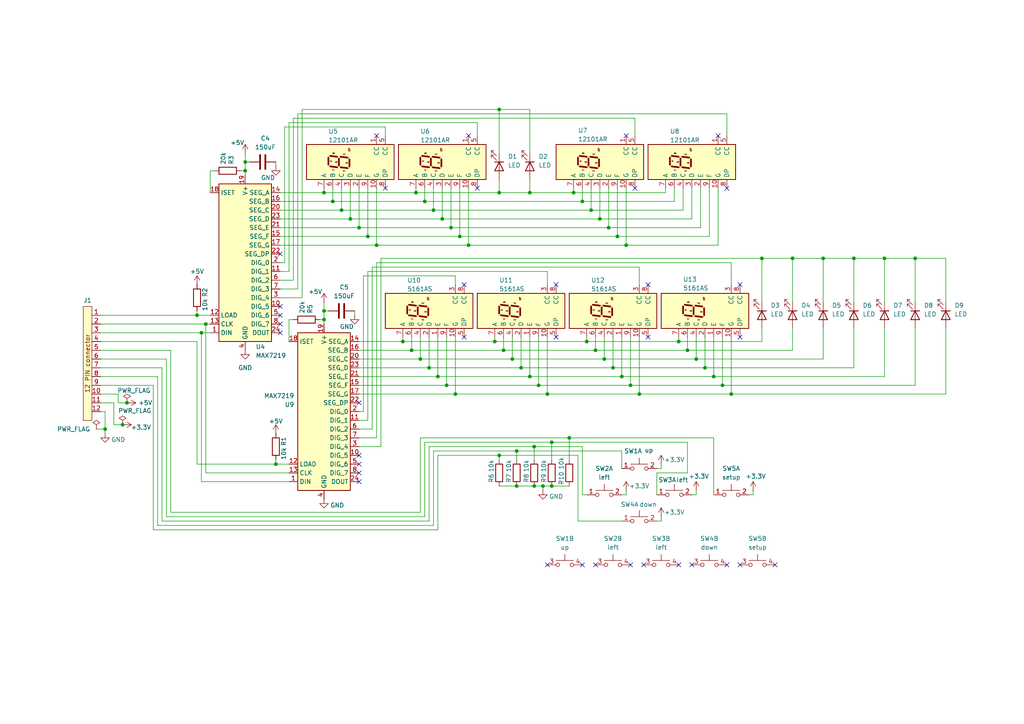
<source format=kicad_sch>
(kicad_sch (version 20250114) (generator "eeschema") (generator_version "9.0")
  (paper "A4")
  (lib_symbols
    (symbol "CustomLib:12101AR"
      (property "Reference" "U" (at -2.54 13.97 0))
      (property "Value" "12101AR" (at 1.27 13.97 0))
      (symbol "12101AR_0_0"
        (text "E" (at -2.54 1.778 0) (effects (font (size 0.508 0.508))))
        (text "F" (at -2.286 4.826 0) (effects (font (size 0.508 0.508))))
        (text "D" (at -0.254 1.016 0) (effects (font (size 0.508 0.508))))
        (text "G" (at 0 4.064 0) (effects (font (size 0.508 0.508))))
        (text "A" (at 0.254 5.588 0) (effects (font (size 0.508 0.508))))
        (text "C" (at 2.286 1.778 0) (effects (font (size 0.508 0.508))))
        (text "B" (at 2.54 4.826 0) (effects (font (size 0.508 0.508))))
        (text "DP" (at 3.556 0.254 0) (effects (font (size 0.508 0.508))))
      )
      (symbol "12101AR_0_1"
        (rectangle (start -5.08 12.7) (end 5.08 -12.7) (stroke (width 0.254)) (fill (type background)))
        (polyline (pts (xy -1.524 2.794) (xy -1.778 0.762)) (stroke (width 0.508)))
        (polyline (pts (xy -1.27 5.842) (xy -1.524 3.81)) (stroke (width 0.508)))
        (polyline (pts (xy -1.27 0.254) (xy 0.762 0.254)) (stroke (width 0.508)))
        (polyline (pts (xy -1.016 3.302) (xy 1.016 3.302)) (stroke (width 0.508)))
        (polyline (pts (xy -0.762 6.35) (xy 1.27 6.35)) (stroke (width 0.508)))
        (polyline (pts (xy 1.524 2.794) (xy 1.27 0.762)) (stroke (width 0.508)))
        (polyline (pts (xy 1.778 5.842) (xy 1.524 3.81)) (stroke (width 0.508)))
        (polyline (pts (xy 2.54 0.254) (xy 2.54 0.254)) (stroke (width 0.508)))
      )
      (symbol "12101AR_1_1"
        (pin input line (at -7.62 7.62 0) (length 2.54) (name "A") (number "7"))
        (pin input line (at -7.62 5.08 0) (length 2.54) (name "B") (number "6"))
        (pin input line (at -7.62 2.54 0) (length 2.54) (name "C") (number "4"))
        (pin input line (at -7.62 0 0) (length 2.54) (name "D") (number "3"))
        (pin input line (at -7.62 -2.54 0) (length 2.54) (name "E") (number "2"))
        (pin input line (at -7.62 -5.08 0) (length 2.54) (name "F") (number "9"))
        (pin input line (at -7.62 -7.62 0) (length 2.54) (name "G") (number "10"))
        (pin input line (at -7.62 -10.16 0) (length 2.54) (name "DP") (number "8"))
        (pin input line (at 7.62 -7.62 180) (length 2.54) (name "CC") (number "1"))
        (pin input line (at 7.62 -10.16 180) (length 2.54) (name "CC") (number "5"))
      )
    )
    (symbol "CustomLib:12_Pin_IDC_male_connector"
      (property "Reference" "J" (at 0.762 1.016 0))
      (symbol "12_Pin_IDC_male_connector_1_1"
        (rectangle (start -1.27 0) (end 1.27 -33.02) (fill (type background)))
        (text "12 PIN connector" (at 0 -16.51 900) (effects (font (size 1.27 1.27))))
        (pin bidirectional line (at 3.81 -2.54 180) (length 2.54) (name "") (number "1"))
        (pin bidirectional line (at 3.81 -5.08 180) (length 2.54) (name "") (number "2"))
        (pin bidirectional line (at 3.81 -7.62 180) (length 2.54) (name "") (number "3"))
        (pin bidirectional line (at 3.81 -10.16 180) (length 2.54) (name "") (number "4"))
        (pin bidirectional line (at 3.81 -12.7 180) (length 2.54) (name "") (number "5"))
        (pin bidirectional line (at 3.81 -15.24 180) (length 2.54) (name "") (number "6"))
        (pin bidirectional line (at 3.81 -17.78 180) (length 2.54) (name "") (number "7"))
        (pin bidirectional line (at 3.81 -20.32 180) (length 2.54) (name "") (number "8"))
        (pin bidirectional line (at 3.81 -22.86 180) (length 2.54) (name "") (number "9"))
        (pin bidirectional line (at 3.81 -25.4 180) (length 2.54) (name "") (number "10"))
        (pin bidirectional line (at 3.81 -27.94 180) (length 2.54) (name "") (number "11"))
        (pin bidirectional line (at 3.81 -30.48 180) (length 2.54) (name "") (number "12"))
      )
    )
    (symbol "CustomLib:5161AS"
      (property "Reference" "U" (at -2.54 13.97 0))
      (property "Value" "5161AS" (at 1.27 13.97 0))
      (symbol "5161AS_0_0"
        (text "E" (at -2.54 1.778 0) (effects (font (size 0.508 0.508))))
        (text "F" (at -2.286 4.826 0) (effects (font (size 0.508 0.508))))
        (text "D" (at -0.254 1.016 0) (effects (font (size 0.508 0.508))))
        (text "G" (at 0 4.064 0) (effects (font (size 0.508 0.508))))
        (text "A" (at 0.254 5.588 0) (effects (font (size 0.508 0.508))))
        (text "C" (at 2.286 1.778 0) (effects (font (size 0.508 0.508))))
        (text "B" (at 2.54 4.826 0) (effects (font (size 0.508 0.508))))
        (text "DP" (at 3.556 0.254 0) (effects (font (size 0.508 0.508))))
      )
      (symbol "5161AS_0_1"
        (rectangle (start -5.08 12.7) (end 5.08 -12.7) (stroke (width 0.254)) (fill (type background)))
        (polyline (pts (xy -1.524 2.794) (xy -1.778 0.762)) (stroke (width 0.508)))
        (polyline (pts (xy -1.27 5.842) (xy -1.524 3.81)) (stroke (width 0.508)))
        (polyline (pts (xy -1.27 0.254) (xy 0.762 0.254)) (stroke (width 0.508)))
        (polyline (pts (xy -1.016 3.302) (xy 1.016 3.302)) (stroke (width 0.508)))
        (polyline (pts (xy -0.762 6.35) (xy 1.27 6.35)) (stroke (width 0.508)))
        (polyline (pts (xy 1.524 2.794) (xy 1.27 0.762)) (stroke (width 0.508)))
        (polyline (pts (xy 1.778 5.842) (xy 1.524 3.81)) (stroke (width 0.508)))
        (polyline (pts (xy 2.54 0.254) (xy 2.54 0.254)) (stroke (width 0.508)))
      )
      (symbol "5161AS_1_1"
        (pin input line (at -7.62 7.62 0) (length 2.54) (name "A") (number "7"))
        (pin input line (at -7.62 5.08 0) (length 2.54) (name "B") (number "6"))
        (pin input line (at -7.62 2.54 0) (length 2.54) (name "C") (number "4"))
        (pin input line (at -7.62 0 0) (length 2.54) (name "D") (number "2"))
        (pin input line (at -7.62 -2.54 0) (length 2.54) (name "E") (number "1"))
        (pin input line (at -7.62 -5.08 0) (length 2.54) (name "F") (number "9"))
        (pin input line (at -7.62 -7.62 0) (length 2.54) (name "G") (number "10"))
        (pin input line (at -7.62 -10.16 0) (length 2.54) (name "DP") (number "5"))
        (pin input line (at 7.62 -7.62 180) (length 2.54) (name "CC") (number "3"))
        (pin input line (at 7.62 -10.16 180) (length 2.54) (name "CC") (number "8"))
      )
    )
    (symbol "Device:C" (pin_numbers (hide yes)) (pin_names (offset 0.254))
      (property "Reference" "C" (at 0.635 2.54 0))
      (property "Value" "C" (at 0.635 -2.54 0))
      (symbol "C_0_1"
        (polyline (pts (xy -2.032 0.762) (xy 2.032 0.762)) (stroke (width 0.508)))
        (polyline (pts (xy -2.032 -0.762) (xy 2.032 -0.762)) (stroke (width 0.508)))
      )
      (symbol "C_1_1"
        (pin passive line (at 0 3.81 270) (length 2.794) (name "~") (number "1"))
        (pin passive line (at 0 -3.81 90) (length 2.794) (name "~") (number "2"))
      )
    )
    (symbol "Device:LED" (pin_numbers (hide yes)) (pin_names (offset 1.016) (hide yes))
      (property "Reference" "D" (at 0 2.54 0))
      (property "Value" "LED" (at 0 -2.54 0))
      (symbol "LED_0_1"
        (polyline (pts (xy -3.048 -0.762) (xy -4.572 -2.286) (xy -3.81 -2.286) (xy -4.572 -2.286) (xy -4.572 -1.524)))
        (polyline (pts (xy -1.778 -0.762) (xy -3.302 -2.286) (xy -2.54 -2.286) (xy -3.302 -2.286) (xy -3.302 -1.524)))
        (polyline (pts (xy -1.27 0) (xy 1.27 0)))
        (polyline (pts (xy -1.27 -1.27) (xy -1.27 1.27)) (stroke (width 0.254)))
        (polyline (pts (xy 1.27 -1.27) (xy 1.27 1.27) (xy -1.27 0) (xy 1.27 -1.27)) (stroke (width 0.254)))
      )
      (symbol "LED_1_1"
        (pin passive line (at -3.81 0 0) (length 2.54) (name "K") (number "1"))
        (pin passive line (at 3.81 0 180) (length 2.54) (name "A") (number "2"))
      )
    )
    (symbol "Device:R" (pin_numbers (hide yes)) (pin_names (offset 0))
      (property "Reference" "R" (at 2.032 0 90))
      (property "Value" "R" (at 0 0 90))
      (symbol "R_0_1"
        (rectangle (start -1.016 -2.54) (end 1.016 2.54) (stroke (width 0.254)))
      )
      (symbol "R_1_1"
        (pin passive line (at 0 3.81 270) (length 1.27) (name "~") (number "1"))
        (pin passive line (at 0 -3.81 90) (length 1.27) (name "~") (number "2"))
      )
    )
    (symbol "Driver_LED:MAX7219"
      (property "Reference" "U" (at -6.35 24.13 0))
      (property "Value" "MAX7219" (at 1.27 25.4 0))
      (symbol "MAX7219_0_1"
        (rectangle (start -7.62 22.86) (end 7.62 -22.86) (stroke (width 0.254)) (fill (type background)))
      )
      (symbol "MAX7219_1_1"
        (pin input line (at -10.16 20.32 0) (length 2.54) (name "ISET") (number "18"))
        (pin input line (at -10.16 -15.24 0) (length 2.54) (name "LOAD") (number "12"))
        (pin input line (at -10.16 -17.78 0) (length 2.54) (name "CLK") (number "13"))
        (pin input line (at -10.16 -20.32 0) (length 2.54) (name "DIN") (number "1"))
        (pin power_in line (at 0 25.4 270) (length 2.54) (name "V+") (number "19"))
        (pin power_in line (at 0 -25.4 90) (length 2.54) (name "GND") (number "4"))
        (pin passive line (at 0 -25.4 90) (length 2.54) (hide yes) (name "GND") (number "9"))
        (pin output line (at 10.16 20.32 180) (length 2.54) (name "SEG_A") (number "14"))
        (pin output line (at 10.16 17.78 180) (length 2.54) (name "SEG_B") (number "16"))
        (pin output line (at 10.16 15.24 180) (length 2.54) (name "SEG_C") (number "20"))
        (pin output line (at 10.16 12.7 180) (length 2.54) (name "SEG_D") (number "23"))
        (pin output line (at 10.16 10.16 180) (length 2.54) (name "SEG_E") (number "21"))
        (pin output line (at 10.16 7.62 180) (length 2.54) (name "SEG_F") (number "15"))
        (pin output line (at 10.16 5.08 180) (length 2.54) (name "SEG_G") (number "17"))
        (pin output line (at 10.16 2.54 180) (length 2.54) (name "SEG_DP") (number "22"))
        (pin output line (at 10.16 0 180) (length 2.54) (name "DIG_0") (number "2"))
        (pin output line (at 10.16 -2.54 180) (length 2.54) (name "DIG_1") (number "11"))
        (pin output line (at 10.16 -5.08 180) (length 2.54) (name "DIG_2") (number "6"))
        (pin output line (at 10.16 -7.62 180) (length 2.54) (name "DIG_3") (number "7"))
        (pin output line (at 10.16 -10.16 180) (length 2.54) (name "DIG_4") (number "3"))
        (pin output line (at 10.16 -12.7 180) (length 2.54) (name "DIG_5") (number "10"))
        (pin output line (at 10.16 -15.24 180) (length 2.54) (name "DIG_6") (number "5"))
        (pin output line (at 10.16 -17.78 180) (length 2.54) (name "DIG_7") (number "8"))
        (pin output line (at 10.16 -20.32 180) (length 2.54) (name "DOUT") (number "24"))
      )
    )
    (symbol "Switch:SW_Push_Dual_x2" (pin_names (offset 1.016) (hide yes))
      (property "Reference" "SW" (at 1.27 2.54 0))
      (property "Value" "SW_Push_Dual_x2" (at 0 -1.524 0))
      (symbol "SW_Push_Dual_x2_0_1"
        (circle (center -2.032 0) (radius 0.508))
        (polyline (pts (xy 0 1.27) (xy 0 3.048)))
        (circle (center 2.032 0) (radius 0.508))
        (polyline (pts (xy 2.54 1.27) (xy -2.54 1.27)))
      )
      (symbol "SW_Push_Dual_x2_1_1"
        (pin passive line (at -5.08 0 0) (length 2.54) (name "C") (number "1"))
        (pin passive line (at 5.08 0 180) (length 2.54) (name "D") (number "2"))
      )
      (symbol "SW_Push_Dual_x2_2_1"
        (pin passive line (at -5.08 0 0) (length 2.54) (name "C") (number "3"))
        (pin passive line (at 5.08 0 180) (length 2.54) (name "D") (number "4"))
      )
    )
    (symbol "power:+3.3V" (power) (pin_numbers (hide yes)) (pin_names (offset 0) (hide yes))
      (property "Value" "+3.3V" (at 0 3.556 0))
      (symbol "+3.3V_0_1"
        (polyline (pts (xy -0.762 1.27) (xy 0 2.54)))
        (polyline (pts (xy 0 2.54) (xy 0.762 1.27)))
        (polyline (pts (xy 0 0) (xy 0 2.54)))
      )
      (symbol "+3.3V_1_1"
        (pin power_in line (at 0 0 90) (length 0) (name "~") (number "1"))
      )
    )
    (symbol "power:+5V" (power) (pin_numbers (hide yes)) (pin_names (offset 0) (hide yes))
      (property "Value" "+5V" (at 0 3.556 0))
      (symbol "+5V_0_1"
        (polyline (pts (xy -0.762 1.27) (xy 0 2.54)))
        (polyline (pts (xy 0 2.54) (xy 0.762 1.27)))
        (polyline (pts (xy 0 0) (xy 0 2.54)))
      )
      (symbol "+5V_1_1"
        (pin power_in line (at 0 0 90) (length 0) (name "~") (number "1"))
      )
    )
    (symbol "power:GND" (power) (pin_numbers (hide yes)) (pin_names (offset 0) (hide yes))
      (property "Value" "GND" (at 0 -3.81 0))
      (symbol "GND_0_1"
        (polyline (pts (xy 0 0) (xy 0 -1.27) (xy 1.27 -1.27) (xy 0 -2.54) (xy -1.27 -1.27) (xy 0 -1.27)))
      )
      (symbol "GND_1_1"
        (pin power_in line (at 0 0 270) (length 0) (name "~") (number "1"))
      )
    )
    (symbol "power:PWR_FLAG" (power) (pin_numbers (hide yes)) (pin_names (offset 0) (hide yes))
      (property "Value" "PWR_FLAG" (at 0 3.81 0))
      (symbol "PWR_FLAG_0_0"
        (pin power_out line (at 0 0 90) (length 0) (name "~") (number "1"))
      )
      (symbol "PWR_FLAG_0_1"
        (polyline (pts (xy 0 0) (xy 0 1.27) (xy -1.016 1.905) (xy 0 2.54) (xy 1.016 1.905) (xy 0 1.27)))
      )
    )
  )
  (junction (at 153.67 55.88))
  (junction (at 71.12 46.99))
  (junction (at 149.86 130.81))
  (junction (at 93.98 92.71))
  (junction (at 99.06 60.96))
  (junction (at 207.01 109.22))
  (junction (at 176.53 66.04))
  (junction (at 80.01 134.62))
  (junction (at 196.85 99.06))
  (junction (at 144.78 132.08))
  (junction (at 130.81 66.04))
  (junction (at 119.38 101.6))
  (junction (at 120.65 55.88))
  (junction (at 93.98 90.17))
  (junction (at 146.05 101.6))
  (junction (at 182.88 111.76))
  (junction (at 144.78 55.88))
  (junction (at 57.15 91.44))
  (junction (at 59.69 93.98))
  (junction (at 160.02 128.27))
  (junction (at 229.87 74.93))
  (junction (at 154.94 129.54))
  (junction (at 168.91 58.42))
  (junction (at 256.54 74.93))
  (junction (at 158.75 114.3))
  (junction (at 93.98 55.88))
  (junction (at 154.94 140.97))
  (junction (at 30.48 124.46))
  (junction (at 104.14 66.04))
  (junction (at 238.76 74.93))
  (junction (at 170.18 99.06))
  (junction (at 116.84 99.06))
  (junction (at 247.65 74.93))
  (junction (at 149.86 140.97))
  (junction (at 160.02 140.97))
  (junction (at 177.8 106.68))
  (junction (at 165.1 127))
  (junction (at 181.61 71.12))
  (junction (at 36.83 116.84))
  (junction (at 127 109.22))
  (junction (at 172.72 101.6))
  (junction (at 124.46 106.68))
  (junction (at 157.48 140.97))
  (junction (at 123.19 58.42))
  (junction (at 173.99 63.5))
  (junction (at 199.39 101.6))
  (junction (at 71.12 49.53))
  (junction (at 135.89 71.12))
  (junction (at 144.78 31.75))
  (junction (at 212.09 114.3))
  (junction (at 179.07 68.58))
  (junction (at 133.35 68.58))
  (junction (at 125.73 60.96))
  (junction (at 129.54 111.76))
  (junction (at 166.37 55.88))
  (junction (at 201.93 104.14))
  (junction (at 204.47 106.68))
  (junction (at 132.08 114.3))
  (junction (at 58.42 96.52))
  (junction (at 143.51 99.06))
  (junction (at 121.92 104.14))
  (junction (at 151.13 106.68))
  (junction (at 265.43 74.93))
  (junction (at 101.6 63.5))
  (junction (at 156.21 111.76))
  (junction (at 96.52 58.42))
  (junction (at 128.27 63.5))
  (junction (at 35.56 123.19))
  (junction (at 175.26 104.14))
  (junction (at 185.42 114.3))
  (junction (at 171.45 60.96))
  (junction (at 148.59 104.14))
  (junction (at 220.98 74.93))
  (junction (at 180.34 109.22))
  (junction (at 106.68 68.58))
  (junction (at 153.67 109.22))
  (junction (at 209.55 111.76))
  (junction (at 109.22 71.12))
  (no_connect (at 81.28 91.44))
  (no_connect (at 210.82 54.61))
  (no_connect (at 181.61 39.37))
  (no_connect (at 172.72 163.83))
  (no_connect (at 109.22 39.37))
  (no_connect (at 214.63 82.55))
  (no_connect (at 168.91 163.83))
  (no_connect (at 134.62 97.79))
  (no_connect (at 200.66 163.83))
  (no_connect (at 81.28 73.66))
  (no_connect (at 187.96 82.55))
  (no_connect (at 210.82 163.83))
  (no_connect (at 186.69 163.83))
  (no_connect (at 111.76 54.61))
  (no_connect (at 81.28 88.9))
  (no_connect (at 182.88 163.83))
  (no_connect (at 104.14 116.84))
  (no_connect (at 214.63 163.83))
  (no_connect (at 161.29 97.79))
  (no_connect (at 81.28 93.98))
  (no_connect (at 224.79 163.83))
  (no_connect (at 134.62 82.55))
  (no_connect (at 135.89 39.37))
  (no_connect (at 104.14 134.62))
  (no_connect (at 184.15 54.61))
  (no_connect (at 196.85 163.83))
  (no_connect (at 81.28 96.52))
  (no_connect (at 187.96 97.79))
  (no_connect (at 138.43 54.61))
  (no_connect (at 214.63 97.79))
  (no_connect (at 104.14 132.08))
  (no_connect (at 104.14 137.16))
  (no_connect (at 104.14 139.7))
  (no_connect (at 158.75 163.83))
  (no_connect (at 208.28 39.37))
  (no_connect (at 161.29 82.55))
  (wire (pts (xy 130.81 66.04) (xy 176.53 66.04)))
  (wire (pts (xy 86.36 83.82) (xy 86.36 33.02)))
  (wire (pts (xy 105.41 80.01) (xy 132.08 80.01)))
  (wire (pts (xy 168.91 129.54) (xy 154.94 129.54)))
  (wire (pts (xy 120.65 55.88) (xy 144.78 55.88)))
  (wire (pts (xy 149.86 140.97) (xy 154.94 140.97)))
  (wire (pts (xy 34.29 116.84) (xy 36.83 116.84)))
  (wire (pts (xy 166.37 55.88) (xy 193.04 55.88)))
  (wire (pts (xy 256.54 74.93) (xy 256.54 87.63)))
  (wire (pts (xy 105.41 119.38) (xy 105.41 80.01)))
  (wire (pts (xy 190.5 137.16) (xy 199.39 137.16)))
  (wire (pts (xy 182.88 111.76) (xy 182.88 97.79)))
  (wire (pts (xy 29.21 93.98) (xy 59.69 93.98)))
  (wire (pts (xy 30.48 119.38) (xy 29.21 119.38)))
  (wire (pts (xy 121.92 104.14) (xy 148.59 104.14)))
  (wire (pts (xy 30.48 124.46) (xy 30.48 119.38)))
  (wire (pts (xy 125.73 130.81) (xy 125.73 152.4)))
  (wire (pts (xy 196.85 99.06) (xy 196.85 97.79)))
  (wire (pts (xy 176.53 66.04) (xy 203.2 66.04)))
  (wire (pts (xy 153.67 31.75) (xy 153.67 44.45)))
  (wire (pts (xy 220.98 99.06) (xy 220.98 95.25)))
  (wire (pts (xy 106.68 78.74) (xy 158.75 78.74)))
  (wire (pts (xy 153.67 55.88) (xy 166.37 55.88)))
  (wire (pts (xy 49.53 148.59) (xy 121.92 148.59)))
  (wire (pts (xy 168.91 143.51) (xy 168.91 129.54)))
  (wire (pts (xy 109.22 76.2) (xy 212.09 76.2)))
  (wire (pts (xy 116.84 99.06) (xy 116.84 97.79)))
  (wire (pts (xy 106.68 68.58) (xy 106.68 54.61)))
  (wire (pts (xy 190.5 143.51) (xy 190.5 137.16)))
  (wire (pts (xy 106.68 78.74) (xy 106.68 121.92)))
  (wire (pts (xy 85.09 34.29) (xy 184.15 34.29)))
  (wire (pts (xy 158.75 78.74) (xy 158.75 82.55)))
  (wire (pts (xy 156.21 111.76) (xy 156.21 97.79)))
  (wire (pts (xy 220.98 74.93) (xy 229.87 74.93)))
  (wire (pts (xy 171.45 60.96) (xy 198.12 60.96)))
  (wire (pts (xy 104.14 119.38) (xy 105.41 119.38)))
  (wire (pts (xy 200.66 63.5) (xy 200.66 54.61)))
  (wire (pts (xy 81.28 78.74) (xy 83.82 78.74)))
  (wire (pts (xy 220.98 74.93) (xy 220.98 87.63)))
  (wire (pts (xy 144.78 31.75) (xy 144.78 44.45)))
  (wire (pts (xy 127 109.22) (xy 127 97.79)))
  (wire (pts (xy 153.67 52.07) (xy 153.67 55.88)))
  (wire (pts (xy 238.76 74.93) (xy 238.76 87.63)))
  (wire (pts (xy 167.64 151.13) (xy 167.64 132.08)))
  (wire (pts (xy 170.18 143.51) (xy 168.91 143.51)))
  (wire (pts (xy 265.43 74.93) (xy 265.43 87.63)))
  (wire (pts (xy 265.43 111.76) (xy 265.43 95.25)))
  (wire (pts (xy 210.82 33.02) (xy 210.82 39.37)))
  (wire (pts (xy 154.94 140.97) (xy 157.48 140.97)))
  (wire (pts (xy 180.34 135.89) (xy 180.34 130.81)))
  (wire (pts (xy 177.8 106.68) (xy 204.47 106.68)))
  (wire (pts (xy 104.14 114.3) (xy 132.08 114.3)))
  (wire (pts (xy 238.76 74.93) (xy 247.65 74.93)))
  (wire (pts (xy 119.38 101.6) (xy 146.05 101.6)))
  (wire (pts (xy 44.45 153.67) (xy 44.45 111.76)))
  (wire (pts (xy 144.78 132.08) (xy 127 132.08)))
  (wire (pts (xy 110.49 74.93) (xy 220.98 74.93)))
  (wire (pts (xy 201.93 143.51) (xy 200.66 143.51)))
  (wire (pts (xy 71.12 46.99) (xy 72.39 46.99)))
  (wire (pts (xy 34.29 116.84) (xy 34.29 114.3)))
  (wire (pts (xy 218.44 142.24) (xy 218.44 143.51)))
  (wire (pts (xy 59.69 93.98) (xy 60.96 93.98)))
  (wire (pts (xy 247.65 74.93) (xy 247.65 87.63)))
  (wire (pts (xy 165.1 127) (xy 207.01 127)))
  (wire (pts (xy 160.02 140.97) (xy 165.1 140.97)))
  (wire (pts (xy 144.78 52.07) (xy 144.78 55.88)))
  (wire (pts (xy 110.49 74.93) (xy 110.49 129.54)))
  (wire (pts (xy 208.28 71.12) (xy 208.28 54.61)))
  (wire (pts (xy 29.21 101.6) (xy 49.53 101.6)))
  (wire (pts (xy 182.88 111.76) (xy 209.55 111.76)))
  (wire (pts (xy 170.18 99.06) (xy 170.18 97.79)))
  (wire (pts (xy 107.95 77.47) (xy 107.95 124.46)))
  (wire (pts (xy 93.98 55.88) (xy 93.98 54.61)))
  (wire (pts (xy 125.73 60.96) (xy 125.73 54.61)))
  (wire (pts (xy 207.01 109.22) (xy 207.01 97.79)))
  (wire (pts (xy 144.78 140.97) (xy 149.86 140.97)))
  (wire (pts (xy 29.21 96.52) (xy 58.42 96.52)))
  (wire (pts (xy 133.35 68.58) (xy 179.07 68.58)))
  (wire (pts (xy 143.51 99.06) (xy 170.18 99.06)))
  (wire (pts (xy 153.67 109.22) (xy 153.67 97.79)))
  (wire (pts (xy 104.14 109.22) (xy 127 109.22)))
  (wire (pts (xy 104.14 66.04) (xy 104.14 54.61)))
  (wire (pts (xy 83.82 139.7) (xy 58.42 139.7)))
  (wire (pts (xy 196.85 99.06) (xy 220.98 99.06)))
  (wire (pts (xy 124.46 151.13) (xy 124.46 129.54)))
  (wire (pts (xy 60.96 49.53) (xy 62.23 49.53)))
  (wire (pts (xy 191.77 135.89) (xy 190.5 135.89)))
  (wire (pts (xy 80.01 133.35) (xy 80.01 134.62)))
  (wire (pts (xy 148.59 104.14) (xy 175.26 104.14)))
  (wire (pts (xy 180.34 109.22) (xy 207.01 109.22)))
  (wire (pts (xy 144.78 55.88) (xy 153.67 55.88)))
  (wire (pts (xy 151.13 106.68) (xy 151.13 97.79)))
  (wire (pts (xy 120.65 55.88) (xy 120.65 54.61)))
  (wire (pts (xy 57.15 90.17) (xy 57.15 91.44)))
  (wire (pts (xy 124.46 106.68) (xy 124.46 97.79)))
  (wire (pts (xy 125.73 130.81) (xy 149.86 130.81)))
  (wire (pts (xy 127 153.67) (xy 44.45 153.67)))
  (wire (pts (xy 30.48 125.73) (xy 30.48 124.46)))
  (wire (pts (xy 80.01 134.62) (xy 83.82 134.62)))
  (wire (pts (xy 191.77 151.13) (xy 190.5 151.13)))
  (wire (pts (xy 167.64 132.08) (xy 144.78 132.08)))
  (wire (pts (xy 148.59 104.14) (xy 148.59 97.79)))
  (wire (pts (xy 184.15 34.29) (xy 184.15 39.37)))
  (wire (pts (xy 106.68 68.58) (xy 133.35 68.58)))
  (wire (pts (xy 149.86 130.81) (xy 149.86 133.35)))
  (wire (pts (xy 199.39 101.6) (xy 199.39 97.79)))
  (wire (pts (xy 127 132.08) (xy 127 153.67)))
  (wire (pts (xy 33.02 123.19) (xy 33.02 116.84)))
  (wire (pts (xy 99.06 60.96) (xy 125.73 60.96)))
  (wire (pts (xy 256.54 74.93) (xy 265.43 74.93)))
  (wire (pts (xy 69.85 49.53) (xy 71.12 49.53)))
  (wire (pts (xy 96.52 58.42) (xy 96.52 54.61)))
  (wire (pts (xy 185.42 114.3) (xy 212.09 114.3)))
  (wire (pts (xy 29.21 91.44) (xy 57.15 91.44)))
  (wire (pts (xy 201.93 104.14) (xy 201.93 97.79)))
  (wire (pts (xy 212.09 114.3) (xy 212.09 97.79)))
  (wire (pts (xy 158.75 114.3) (xy 185.42 114.3)))
  (wire (pts (xy 83.82 78.74) (xy 83.82 35.56)))
  (wire (pts (xy 172.72 101.6) (xy 199.39 101.6)))
  (wire (pts (xy 146.05 101.6) (xy 172.72 101.6)))
  (wire (pts (xy 92.71 92.71) (xy 93.98 92.71)))
  (wire (pts (xy 83.82 92.71) (xy 85.09 92.71)))
  (wire (pts (xy 81.28 55.88) (xy 93.98 55.88)))
  (wire (pts (xy 201.93 142.24) (xy 201.93 143.51)))
  (wire (pts (xy 181.61 71.12) (xy 181.61 54.61)))
  (wire (pts (xy 101.6 63.5) (xy 101.6 54.61)))
  (wire (pts (xy 209.55 111.76) (xy 209.55 97.79)))
  (wire (pts (xy 102.87 90.17) (xy 102.87 91.44)))
  (wire (pts (xy 247.65 74.93) (xy 256.54 74.93)))
  (wire (pts (xy 205.74 68.58) (xy 205.74 54.61)))
  (wire (pts (xy 81.28 68.58) (xy 106.68 68.58)))
  (wire (pts (xy 34.29 114.3) (xy 29.21 114.3)))
  (wire (pts (xy 93.98 55.88) (xy 120.65 55.88)))
  (wire (pts (xy 119.38 101.6) (xy 119.38 97.79)))
  (wire (pts (xy 212.09 76.2) (xy 212.09 82.55)))
  (wire (pts (xy 104.14 99.06) (xy 116.84 99.06)))
  (wire (pts (xy 33.02 123.19) (xy 35.56 123.19)))
  (wire (pts (xy 165.1 127) (xy 165.1 133.35)))
  (wire (pts (xy 173.99 63.5) (xy 200.66 63.5)))
  (wire (pts (xy 58.42 139.7) (xy 58.42 96.52)))
  (wire (pts (xy 121.92 148.59) (xy 121.92 127)))
  (wire (pts (xy 93.98 87.63) (xy 93.98 90.17)))
  (wire (pts (xy 207.01 127) (xy 207.01 143.51)))
  (wire (pts (xy 81.28 58.42) (xy 96.52 58.42)))
  (wire (pts (xy 156.21 111.76) (xy 182.88 111.76)))
  (wire (pts (xy 123.19 58.42) (xy 168.91 58.42)))
  (wire (pts (xy 45.72 109.22) (xy 29.21 109.22)))
  (wire (pts (xy 48.26 104.14) (xy 29.21 104.14)))
  (wire (pts (xy 157.48 140.97) (xy 160.02 140.97)))
  (wire (pts (xy 172.72 101.6) (xy 172.72 97.79)))
  (wire (pts (xy 104.14 66.04) (xy 130.81 66.04)))
  (wire (pts (xy 93.98 92.71) (xy 93.98 93.98)))
  (wire (pts (xy 203.2 66.04) (xy 203.2 54.61)))
  (wire (pts (xy 110.49 129.54) (xy 104.14 129.54)))
  (wire (pts (xy 83.82 137.16) (xy 59.69 137.16)))
  (wire (pts (xy 87.63 86.36) (xy 87.63 31.75)))
  (wire (pts (xy 265.43 74.93) (xy 274.32 74.93)))
  (wire (pts (xy 125.73 60.96) (xy 171.45 60.96)))
  (wire (pts (xy 144.78 132.08) (xy 144.78 133.35)))
  (wire (pts (xy 33.02 116.84) (xy 29.21 116.84)))
  (wire (pts (xy 132.08 114.3) (xy 158.75 114.3)))
  (wire (pts (xy 58.42 96.52) (xy 60.96 96.52)))
  (wire (pts (xy 93.98 90.17) (xy 95.25 90.17)))
  (wire (pts (xy 109.22 76.2) (xy 109.22 127)))
  (wire (pts (xy 218.44 143.51) (xy 217.17 143.51)))
  (wire (pts (xy 132.08 114.3) (xy 132.08 97.79)))
  (wire (pts (xy 144.78 31.75) (xy 153.67 31.75)))
  (wire (pts (xy 44.45 111.76) (xy 29.21 111.76)))
  (wire (pts (xy 87.63 31.75) (xy 144.78 31.75)))
  (wire (pts (xy 111.76 36.83) (xy 111.76 39.37)))
  (wire (pts (xy 86.36 33.02) (xy 210.82 33.02)))
  (wire (pts (xy 274.32 114.3) (xy 274.32 95.25)))
  (wire (pts (xy 107.95 77.47) (xy 185.42 77.47)))
  (wire (pts (xy 195.58 58.42) (xy 195.58 54.61)))
  (wire (pts (xy 57.15 91.44) (xy 60.96 91.44)))
  (wire (pts (xy 57.15 99.06) (xy 57.15 134.62)))
  (wire (pts (xy 104.14 111.76) (xy 129.54 111.76)))
  (wire (pts (xy 138.43 35.56) (xy 138.43 39.37)))
  (wire (pts (xy 176.53 66.04) (xy 176.53 54.61)))
  (wire (pts (xy 81.28 63.5) (xy 101.6 63.5)))
  (wire (pts (xy 256.54 109.22) (xy 256.54 95.25)))
  (wire (pts (xy 143.51 99.06) (xy 143.51 97.79)))
  (wire (pts (xy 274.32 74.93) (xy 274.32 87.63)))
  (wire (pts (xy 124.46 106.68) (xy 151.13 106.68)))
  (wire (pts (xy 123.19 149.86) (xy 48.26 149.86)))
  (wire (pts (xy 135.89 71.12) (xy 181.61 71.12)))
  (wire (pts (xy 104.14 104.14) (xy 121.92 104.14)))
  (wire (pts (xy 207.01 109.22) (xy 256.54 109.22)))
  (wire (pts (xy 96.52 58.42) (xy 123.19 58.42)))
  (wire (pts (xy 57.15 134.62) (xy 80.01 134.62)))
  (wire (pts (xy 81.28 66.04) (xy 104.14 66.04)))
  (wire (pts (xy 179.07 68.58) (xy 205.74 68.58)))
  (wire (pts (xy 123.19 58.42) (xy 123.19 54.61)))
  (wire (pts (xy 173.99 63.5) (xy 173.99 54.61)))
  (wire (pts (xy 199.39 137.16) (xy 199.39 128.27)))
  (wire (pts (xy 124.46 129.54) (xy 154.94 129.54)))
  (wire (pts (xy 128.27 63.5) (xy 128.27 54.61)))
  (wire (pts (xy 193.04 55.88) (xy 193.04 54.61)))
  (wire (pts (xy 199.39 128.27) (xy 160.02 128.27)))
  (wire (pts (xy 199.39 101.6) (xy 229.87 101.6)))
  (wire (pts (xy 129.54 111.76) (xy 129.54 97.79)))
  (wire (pts (xy 46.99 106.68) (xy 46.99 151.13)))
  (wire (pts (xy 212.09 114.3) (xy 274.32 114.3)))
  (wire (pts (xy 157.48 140.97) (xy 157.48 142.24)))
  (wire (pts (xy 129.54 111.76) (xy 156.21 111.76)))
  (wire (pts (xy 116.84 99.06) (xy 143.51 99.06)))
  (wire (pts (xy 85.09 81.28) (xy 85.09 34.29)))
  (wire (pts (xy 229.87 74.93) (xy 229.87 87.63)))
  (wire (pts (xy 121.92 127) (xy 165.1 127)))
  (wire (pts (xy 81.28 71.12) (xy 109.22 71.12)))
  (wire (pts (xy 191.77 149.86) (xy 191.77 151.13)))
  (wire (pts (xy 180.34 151.13) (xy 167.64 151.13)))
  (wire (pts (xy 125.73 152.4) (xy 45.72 152.4)))
  (wire (pts (xy 175.26 104.14) (xy 175.26 97.79)))
  (wire (pts (xy 177.8 106.68) (xy 177.8 97.79)))
  (wire (pts (xy 123.19 128.27) (xy 123.19 149.86)))
  (wire (pts (xy 185.42 77.47) (xy 185.42 82.55)))
  (wire (pts (xy 204.47 106.68) (xy 247.65 106.68)))
  (wire (pts (xy 123.19 128.27) (xy 160.02 128.27)))
  (wire (pts (xy 160.02 128.27) (xy 160.02 133.35)))
  (wire (pts (xy 83.82 35.56) (xy 138.43 35.56)))
  (wire (pts (xy 132.08 80.01) (xy 132.08 82.55)))
  (wire (pts (xy 99.06 60.96) (xy 99.06 54.61)))
  (wire (pts (xy 71.12 49.53) (xy 71.12 50.8)))
  (wire (pts (xy 45.72 152.4) (xy 45.72 109.22)))
  (wire (pts (xy 154.94 129.54) (xy 154.94 133.35)))
  (wire (pts (xy 209.55 111.76) (xy 265.43 111.76)))
  (wire (pts (xy 104.14 106.68) (xy 124.46 106.68)))
  (wire (pts (xy 133.35 68.58) (xy 133.35 54.61)))
  (wire (pts (xy 127 109.22) (xy 153.67 109.22)))
  (wire (pts (xy 238.76 104.14) (xy 238.76 95.25)))
  (wire (pts (xy 121.92 104.14) (xy 121.92 97.79)))
  (wire (pts (xy 146.05 101.6) (xy 146.05 97.79)))
  (wire (pts (xy 59.69 137.16) (xy 59.69 93.98)))
  (wire (pts (xy 151.13 106.68) (xy 177.8 106.68)))
  (wire (pts (xy 104.14 101.6) (xy 119.38 101.6)))
  (wire (pts (xy 181.61 142.24) (xy 181.61 143.51)))
  (wire (pts (xy 180.34 130.81) (xy 149.86 130.81)))
  (wire (pts (xy 81.28 83.82) (xy 86.36 83.82)))
  (wire (pts (xy 175.26 104.14) (xy 201.93 104.14)))
  (wire (pts (xy 166.37 55.88) (xy 166.37 54.61)))
  (wire (pts (xy 29.21 106.68) (xy 46.99 106.68)))
  (wire (pts (xy 48.26 149.86) (xy 48.26 104.14)))
  (wire (pts (xy 185.42 114.3) (xy 185.42 97.79)))
  (wire (pts (xy 158.75 114.3) (xy 158.75 97.79)))
  (wire (pts (xy 191.77 134.62) (xy 191.77 135.89)))
  (wire (pts (xy 101.6 63.5) (xy 128.27 63.5)))
  (wire (pts (xy 179.07 68.58) (xy 179.07 54.61)))
  (wire (pts (xy 168.91 58.42) (xy 195.58 58.42)))
  (wire (pts (xy 81.28 86.36) (xy 87.63 86.36)))
  (wire (pts (xy 128.27 63.5) (xy 173.99 63.5)))
  (wire (pts (xy 198.12 60.96) (xy 198.12 54.61)))
  (wire (pts (xy 80.01 46.99) (xy 80.01 48.26)))
  (wire (pts (xy 181.61 71.12) (xy 208.28 71.12)))
  (wire (pts (xy 93.98 90.17) (xy 93.98 92.71)))
  (wire (pts (xy 29.21 99.06) (xy 57.15 99.06)))
  (wire (pts (xy 153.67 109.22) (xy 180.34 109.22)))
  (wire (pts (xy 46.99 151.13) (xy 124.46 151.13)))
  (wire (pts (xy 82.55 76.2) (xy 82.55 36.83)))
  (wire (pts (xy 109.22 127) (xy 104.14 127)))
  (wire (pts (xy 109.22 71.12) (xy 109.22 54.61)))
  (wire (pts (xy 204.47 106.68) (xy 204.47 97.79)))
  (wire (pts (xy 109.22 71.12) (xy 135.89 71.12)))
  (wire (pts (xy 180.34 109.22) (xy 180.34 97.79)))
  (wire (pts (xy 49.53 101.6) (xy 49.53 148.59)))
  (wire (pts (xy 82.55 36.83) (xy 111.76 36.83)))
  (wire (pts (xy 71.12 44.45) (xy 71.12 46.99)))
  (wire (pts (xy 201.93 104.14) (xy 238.76 104.14)))
  (wire (pts (xy 168.91 58.42) (xy 168.91 54.61)))
  (wire (pts (xy 81.28 76.2) (xy 82.55 76.2)))
  (wire (pts (xy 60.96 55.88) (xy 60.96 49.53)))
  (wire (pts (xy 171.45 60.96) (xy 171.45 54.61)))
  (wire (pts (xy 170.18 99.06) (xy 196.85 99.06)))
  (wire (pts (xy 83.82 99.06) (xy 83.82 92.71)))
  (wire (pts (xy 106.68 121.92) (xy 104.14 121.92)))
  (wire (pts (xy 81.28 81.28) (xy 85.09 81.28)))
  (wire (pts (xy 229.87 95.25) (xy 229.87 101.6)))
  (wire (pts (xy 181.61 143.51) (xy 180.34 143.51)))
  (wire (pts (xy 247.65 106.68) (xy 247.65 95.25)))
  (wire (pts (xy 27.94 124.46) (xy 30.48 124.46)))
  (wire (pts (xy 107.95 124.46) (xy 104.14 124.46)))
  (wire (pts (xy 229.87 74.93) (xy 238.76 74.93)))
  (wire (pts (xy 130.81 66.04) (xy 130.81 54.61)))
  (wire (pts (xy 81.28 60.96) (xy 99.06 60.96)))
  (wire (pts (xy 71.12 46.99) (xy 71.12 49.53)))
  (wire (pts (xy 135.89 71.12) (xy 135.89 54.61)))
  (symbol (lib_id "CustomLib:5161AS") (at 204.47 90.17 90) (unit 1)
    (property "Reference" "U13" (at 198.12 81.026 90) (effects (justify right)))
    (property "Value" "5161AS" (at 198.12 83.566 90) (effects (justify right)))
    (property "Footprint" "CustomFootprintLib:5161AS" (effects (hide yes)))
  )
  (symbol (lib_id "Switch:SW_Push_Dual_x2") (at 177.8 163.83 0) (unit 2)
    (property "Reference" "SW2" (at 177.8 156.21 0))
    (property "Value" "left" (at 177.8 158.75 0))
    (property "Footprint" "Button_Switch_THT:SW_PUSH_6mm" (effects (hide yes)))
    (property "Description" "Push button switch, generic, separate symbols, four pins" (effects (hide yes)))
  )
  (symbol (lib_id "Device:R") (at 165.1 137.16 180) (unit 1)
    (property "Reference" "R10" (at 162.814 138.684 90))
    (property "Value" "10k" (at 162.814 134.366 90))
    (property "Footprint" "Resistor_THT:R_Axial_DIN0207_L6.3mm_D2.5mm_P10.16mm_Horizontal" (effects (hide yes)))
    (property "Description" "Resistor" (effects (hide yes)))
  )
  (symbol (lib_id "Device:C") (at 76.2 46.99 90) (unit 1)
    (property "Reference" "C4" (at 76.962 40.132 90))
    (property "Value" "150uF" (at 76.962 42.672 90))
    (property "Footprint" "Capacitor_THT:C_Rect_L7.2mm_W3.0mm_P5.00mm_FKS2_FKP2_MKS2_MKP2" (effects (hide yes)))
    (property "Description" "Unpolarized capacitor" (effects (hide yes)))
  )
  (symbol (lib_id "power:PWR_FLAG") (at 35.56 123.19 0) (unit 1)
    (property "Reference" "#FLG02" (effects (hide yes)))
    (property "Value" "PWR_FLAG" (at 39.116 119.126 0))
    (property "Description" "Special symbol for telling ERC where power comes from" (effects (hide yes)))
  )
  (symbol (lib_id "Device:LED") (at 247.65 91.44 270) (unit 1)
    (property "Reference" "D6" (at 250.19 88.5824 90) (effects (justify left)))
    (property "Value" "LED" (at 250.19 91.1224 90) (effects (justify left)))
    (property "Footprint" "LED_THT:LED_D5.0mm" (effects (hide yes)))
    (property "Description" "Light emitting diode" (effects (hide yes)))
    (property "Sim.Pins" "1=K 2=A" (effects (hide yes)))
  )
  (symbol (lib_id "CustomLib:12_Pin_IDC_male_connector") (at 25.4 88.9 0) (unit 1)
    (property "Reference" "J1" (at 25.4 87.122 0))
    (property "Footprint" "Connector_IDC:IDC-Header_2x06_P2.54mm_Vertical" (effects (hide yes)))
  )
  (symbol (lib_id "Device:LED") (at 265.43 91.44 270) (unit 1)
    (property "Reference" "D8" (at 267.97 88.5824 90) (effects (justify left)))
    (property "Value" "LED" (at 267.97 91.1224 90) (effects (justify left)))
    (property "Footprint" "LED_THT:LED_D5.0mm" (effects (hide yes)))
    (property "Description" "Light emitting diode" (effects (hide yes)))
    (property "Sim.Pins" "1=K 2=A" (effects (hide yes)))
  )
  (symbol (lib_id "Device:R") (at 160.02 137.16 180) (unit 1)
    (property "Reference" "R9" (at 157.734 138.684 90))
    (property "Value" "10k" (at 157.734 135.128 90))
    (property "Footprint" "Resistor_THT:R_Axial_DIN0207_L6.3mm_D2.5mm_P10.16mm_Horizontal" (effects (hide yes)))
    (property "Description" "Resistor" (effects (hide yes)))
  )
  (symbol (lib_id "power:GND") (at 71.12 101.6 0) (unit 1)
    (property "Reference" "#PWR05" (effects (hide yes)))
    (property "Value" "GND" (at 71.12 106.68 0))
    (property "Description" "Power symbol creates a global label with name \"GND\" , ground" (effects (hide yes)))
  )
  (symbol (lib_id "CustomLib:5161AS") (at 177.8 90.17 90) (unit 1)
    (property "Reference" "U12" (at 171.45 81.28 90) (effects (justify right)))
    (property "Value" "5161AS" (at 171.45 83.82 90) (effects (justify right)))
    (property "Footprint" "CustomFootprintLib:5161AS" (effects (hide yes)))
  )
  (symbol (lib_id "Device:R") (at 154.94 137.16 180) (unit 1)
    (property "Reference" "R8" (at 152.654 138.684 90))
    (property "Value" "10k" (at 152.654 135.128 90))
    (property "Footprint" "Resistor_THT:R_Axial_DIN0207_L6.3mm_D2.5mm_P10.16mm_Horizontal" (effects (hide yes)))
    (property "Description" "Resistor" (effects (hide yes)))
  )
  (symbol (lib_id "CustomLib:12101AR") (at 128.27 46.99 90) (unit 1)
    (property "Reference" "U6" (at 121.92 38.1 90) (effects (justify right)))
    (property "Value" "12101AR" (at 121.92 40.64 90) (effects (justify right)))
    (property "Footprint" "CustomFootprintLib:12101AR" (effects (hide yes)))
  )
  (symbol (lib_id "Driver_LED:MAX7219") (at 71.12 76.2 0) (unit 1)
    (property "Reference" "U4" (at 74.168 100.584 0) (effects (justify left)))
    (property "Value" "MAX7219" (at 74.168 103.124 0) (effects (justify left)))
    (property "Footprint" "Package_DIP:DIP-24_W7.62mm" (effects (hide yes)))
    (property "Datasheet" "https://datasheets.maximintegrated.com/en/ds/MAX7219-MAX7221.pdf" (effects (hide yes)))
    (property "Description" "8-Digit LED Display Driver" (effects (hide yes)))
  )
  (symbol (lib_id "power:GND") (at 93.98 144.78 0) (unit 1)
    (property "Reference" "#PWR09" (effects (hide yes)))
    (property "Value" "GND" (at 97.79 146.558 0))
    (property "Description" "Power symbol creates a global label with name \"GND\" , ground" (effects (hide yes)))
  )
  (symbol (lib_id "power:PWR_FLAG") (at 27.94 124.46 0) (unit 1)
    (property "Reference" "#FLG03" (effects (hide yes)))
    (property "Value" "PWR_FLAG" (at 21.336 124.46 0))
    (property "Description" "Special symbol for telling ERC where power comes from" (effects (hide yes)))
  )
  (symbol (lib_id "Device:LED") (at 153.67 48.26 270) (unit 1)
    (property "Reference" "D2" (at 156.21 45.4024 90) (effects (justify left)))
    (property "Value" "LED" (at 156.21 47.9424 90) (effects (justify left)))
    (property "Footprint" "LED_THT:LED_D5.0mm" (effects (hide yes)))
    (property "Description" "Light emitting diode" (effects (hide yes)))
    (property "Sim.Pins" "1=K 2=A" (effects (hide yes)))
  )
  (symbol (lib_id "power:+3.3V") (at 35.56 123.19 270) (unit 1)
    (property "Reference" "#PWR02" (effects (hide yes)))
    (property "Value" "+3.3V" (at 40.894 123.952 90))
    (property "Description" "Power symbol creates a global label with name \"+3.3V\"" (effects (hide yes)))
  )
  (symbol (lib_id "power:PWR_FLAG") (at 36.83 116.84 0) (unit 1)
    (property "Reference" "#FLG01" (effects (hide yes)))
    (property "Value" "PWR_FLAG" (at 38.862 113.284 0))
    (property "Description" "Special symbol for telling ERC where power comes from" (effects (hide yes)))
  )
  (symbol (lib_id "CustomLib:12101AR") (at 173.99 46.99 90) (unit 1)
    (property "Reference" "U7" (at 167.64 37.846 90) (effects (justify right)))
    (property "Value" "12101AR" (at 167.64 40.386 90) (effects (justify right)))
    (property "Footprint" "CustomFootprintLib:12101AR" (effects (hide yes)))
  )
  (symbol (lib_id "power:GND") (at 102.87 91.44 0) (unit 1)
    (property "Reference" "#PWR024" (effects (hide yes)))
    (property "Value" "GND" (at 100.584 94.742 0))
    (property "Description" "Power symbol creates a global label with name \"GND\" , ground" (effects (hide yes)))
  )
  (symbol (lib_id "Switch:SW_Push_Dual_x2") (at 195.58 143.51 0) (unit 1)
    (property "Reference" "SW3" (at 193.548 139.192 0))
    (property "Value" "left" (at 197.866 139.192 0))
    (property "Footprint" "Button_Switch_THT:SW_PUSH_6mm" (effects (hide yes)))
    (property "Description" "Push button switch, generic, separate symbols, four pins" (effects (hide yes)))
  )
  (symbol (lib_id "CustomLib:5161AS") (at 151.13 90.17 90) (unit 1)
    (property "Reference" "U11" (at 144.78 81.28 90) (effects (justify right)))
    (property "Value" "5161AS" (at 144.78 83.82 90) (effects (justify right)))
    (property "Footprint" "CustomFootprintLib:5161AS" (effects (hide yes)))
  )
  (symbol (lib_id "Device:R") (at 88.9 92.71 270) (unit 1)
    (property "Reference" "R5" (at 89.916 90.932 0) (effects (justify right)))
    (property "Value" "20k" (at 87.63 90.932 0) (effects (justify right)))
    (property "Footprint" "Resistor_THT:R_Axial_DIN0207_L6.3mm_D2.5mm_P10.16mm_Horizontal" (effects (hide yes)))
    (property "Description" "Resistor" (effects (hide yes)))
  )
  (symbol (lib_id "Device:R") (at 57.15 86.36 0) (unit 1)
    (property "Reference" "R2" (at 59.436 84.836 90))
    (property "Value" "10k" (at 59.436 88.392 90))
    (property "Footprint" "Resistor_THT:R_Axial_DIN0207_L6.3mm_D2.5mm_P10.16mm_Horizontal" (effects (hide yes)))
    (property "Description" "Resistor" (effects (hide yes)))
  )
  (symbol (lib_id "power:+3.3V") (at 191.77 134.62 0) (unit 1)
    (property "Reference" "#PWR016" (effects (hide yes)))
    (property "Value" "+3.3V" (at 195.58 133.35 0))
    (property "Description" "Power symbol creates a global label with name \"+3.3V\"" (effects (hide yes)))
  )
  (symbol (lib_id "Device:LED") (at 144.78 48.26 270) (unit 1)
    (property "Reference" "D1" (at 147.32 45.4024 90) (effects (justify left)))
    (property "Value" "LED" (at 147.32 47.9424 90) (effects (justify left)))
    (property "Footprint" "LED_THT:LED_D5.0mm" (effects (hide yes)))
    (property "Description" "Light emitting diode" (effects (hide yes)))
    (property "Sim.Pins" "1=K 2=A" (effects (hide yes)))
  )
  (symbol (lib_id "Device:LED") (at 229.87 91.44 270) (unit 1)
    (property "Reference" "D4" (at 232.41 88.5824 90) (effects (justify left)))
    (property "Value" "LED" (at 232.41 91.1224 90) (effects (justify left)))
    (property "Footprint" "LED_THT:LED_D5.0mm" (effects (hide yes)))
    (property "Description" "Light emitting diode" (effects (hide yes)))
    (property "Sim.Pins" "1=K 2=A" (effects (hide yes)))
  )
  (symbol (lib_id "power:+3.3V") (at 218.44 142.24 0) (unit 1)
    (property "Reference" "#PWR020" (effects (hide yes)))
    (property "Value" "+3.3V" (at 219.202 138.176 0))
    (property "Description" "Power symbol creates a global label with name \"+3.3V\"" (effects (hide yes)))
  )
  (symbol (lib_id "power:+3.3V") (at 181.61 142.24 0) (unit 1)
    (property "Reference" "#PWR019" (effects (hide yes)))
    (property "Value" "+3.3V" (at 185.42 140.97 0))
    (property "Description" "Power symbol creates a global label with name \"+3.3V\"" (effects (hide yes)))
  )
  (symbol (lib_id "power:+3.3V") (at 201.93 142.24 0) (unit 1)
    (property "Reference" "#PWR017" (effects (hide yes)))
    (property "Value" "+3.3V" (at 202.692 138.176 0))
    (property "Description" "Power symbol creates a global label with name \"+3.3V\"" (effects (hide yes)))
  )
  (symbol (lib_id "Switch:SW_Push_Dual_x2") (at 185.42 151.13 0) (unit 1)
    (property "Reference" "SW4" (at 182.626 146.304 0))
    (property "Value" "down" (at 187.96 146.304 0))
    (property "Footprint" "Button_Switch_THT:SW_PUSH_6mm" (effects (hide yes)))
    (property "Description" "Push button switch, generic, separate symbols, four pins" (effects (hide yes)))
  )
  (symbol (lib_id "power:GND") (at 157.48 142.24 0) (unit 1)
    (property "Reference" "#PWR022" (effects (hide yes)))
    (property "Value" "GND" (at 161.29 144.018 0))
    (property "Description" "Power symbol creates a global label with name \"GND\" , ground" (effects (hide yes)))
  )
  (symbol (lib_id "Driver_LED:MAX7219") (at 93.98 119.38 0) (unit 1)
    (property "Reference" "U9" (at 85.344 117.348 0) (effects (justify right)))
    (property "Value" "MAX7219" (at 85.344 114.808 0) (effects (justify right)))
    (property "Footprint" "Package_DIP:DIP-24_W7.62mm" (effects (hide yes)))
    (property "Datasheet" "https://datasheets.maximintegrated.com/en/ds/MAX7219-MAX7221.pdf" (effects (hide yes)))
    (property "Description" "8-Digit LED Display Driver" (effects (hide yes)))
  )
  (symbol (lib_id "Switch:SW_Push_Dual_x2") (at 175.26 143.51 0) (unit 1)
    (property "Reference" "SW2" (at 175.26 135.89 0))
    (property "Value" "left" (at 175.26 138.43 0))
    (property "Footprint" "Button_Switch_THT:SW_PUSH_6mm" (effects (hide yes)))
    (property "Description" "Push button switch, generic, separate symbols, four pins" (effects (hide yes)))
  )
  (symbol (lib_id "Device:R") (at 144.78 137.16 180) (unit 1)
    (property "Reference" "R6" (at 142.494 138.684 90))
    (property "Value" "10k" (at 142.494 135.128 90))
    (property "Footprint" "Resistor_THT:R_Axial_DIN0207_L6.3mm_D2.5mm_P10.16mm_Horizontal" (effects (hide yes)))
    (property "Description" "Resistor" (effects (hide yes)))
  )
  (symbol (lib_id "power:+3.3V") (at 191.77 149.86 0) (unit 1)
    (property "Reference" "#PWR018" (effects (hide yes)))
    (property "Value" "+3.3V" (at 195.58 148.59 0))
    (property "Description" "Power symbol creates a global label with name \"+3.3V\"" (effects (hide yes)))
  )
  (symbol (lib_id "power:+5V") (at 36.83 116.84 270) (unit 1)
    (property "Reference" "#PWR01" (effects (hide yes)))
    (property "Value" "+5V" (at 42.164 116.84 90))
    (property "Description" "Power symbol creates a global label with name \"+5V\"" (effects (hide yes)))
  )
  (symbol (lib_id "CustomLib:12101AR") (at 200.66 46.99 90) (unit 1)
    (property "Reference" "U8" (at 194.31 38.1 90) (effects (justify right)))
    (property "Value" "12101AR" (at 194.31 40.64 90) (effects (justify right)))
    (property "Footprint" "CustomFootprintLib:12101AR" (effects (hide yes)))
  )
  (symbol (lib_id "Device:LED") (at 238.76 91.44 270) (unit 1)
    (property "Reference" "D5" (at 241.3 88.5824 90) (effects (justify left)))
    (property "Value" "LED" (at 241.3 91.1224 90) (effects (justify left)))
    (property "Footprint" "LED_THT:LED_D5.0mm" (effects (hide yes)))
    (property "Description" "Light emitting diode" (effects (hide yes)))
    (property "Sim.Pins" "1=K 2=A" (effects (hide yes)))
  )
  (symbol (lib_id "power:+5V") (at 71.12 44.45 0) (unit 1)
    (property "Reference" "#PWR012" (effects (hide yes)))
    (property "Value" "+5V" (at 68.834 41.402 0))
    (property "Description" "Power symbol creates a global label with name \"+5V\"" (effects (hide yes)))
  )
  (symbol (lib_id "Switch:SW_Push_Dual_x2") (at 219.71 163.83 0) (unit 2)
    (property "Reference" "SW5" (at 219.71 156.21 0))
    (property "Value" "setup" (at 219.71 158.75 0))
    (property "Footprint" "Button_Switch_THT:SW_PUSH_6mm" (effects (hide yes)))
    (property "Description" "Push button switch, generic, separate symbols, four pins" (effects (hide yes)))
  )
  (symbol (lib_id "Device:R") (at 66.04 49.53 270) (unit 1)
    (property "Reference" "R3" (at 67.056 47.752 0) (effects (justify right)))
    (property "Value" "20k" (at 64.77 47.752 0) (effects (justify right)))
    (property "Footprint" "Resistor_THT:R_Axial_DIN0207_L6.3mm_D2.5mm_P10.16mm_Horizontal" (effects (hide yes)))
    (property "Description" "Resistor" (effects (hide yes)))
  )
  (symbol (lib_id "power:+5V") (at 93.98 87.63 0) (unit 1)
    (property "Reference" "#PWR07" (effects (hide yes)))
    (property "Value" "+5V" (at 91.44 84.582 0))
    (property "Description" "Power symbol creates a global label with name \"+5V\"" (effects (hide yes)))
  )
  (symbol (lib_id "Device:LED") (at 256.54 91.44 270) (unit 1)
    (property "Reference" "D7" (at 259.08 88.5824 90) (effects (justify left)))
    (property "Value" "LED" (at 259.08 91.1224 90) (effects (justify left)))
    (property "Footprint" "LED_THT:LED_D5.0mm" (effects (hide yes)))
    (property "Description" "Light emitting diode" (effects (hide yes)))
    (property "Sim.Pins" "1=K 2=A" (effects (hide yes)))
  )
  (symbol (lib_id "power:+5V") (at 80.01 125.73 0) (unit 1)
    (property "Reference" "#PWR032" (effects (hide yes)))
    (property "Value" "+5V" (at 80.01 122.174 0))
    (property "Description" "Power symbol creates a global label with name \"+5V\"" (effects (hide yes)))
  )
  (symbol (lib_id "power:+5V") (at 57.15 82.55 0) (unit 1)
    (property "Reference" "#PWR031" (effects (hide yes)))
    (property "Value" "+5V" (at 57.15 78.74 0))
    (property "Description" "Power symbol creates a global label with name \"+5V\"" (effects (hide yes)))
  )
  (symbol (lib_id "Device:R") (at 149.86 137.16 180) (unit 1)
    (property "Reference" "R7" (at 147.574 138.684 90))
    (property "Value" "10k" (at 147.574 135.128 90))
    (property "Footprint" "Resistor_THT:R_Axial_DIN0207_L6.3mm_D2.5mm_P10.16mm_Horizontal" (effects (hide yes)))
    (property "Description" "Resistor" (effects (hide yes)))
  )
  (symbol (lib_id "CustomLib:5161AS") (at 124.46 90.17 90) (unit 1)
    (property "Reference" "U10" (at 118.11 81.28 90) (effects (justify right)))
    (property "Value" "5161AS" (at 118.11 83.82 90) (effects (justify right)))
    (property "Footprint" "CustomFootprintLib:5161AS" (effects (hide yes)))
  )
  (symbol (lib_id "Device:C") (at 99.06 90.17 90) (unit 1)
    (property "Reference" "C5" (at 99.822 83.312 90))
    (property "Value" "150uF" (at 99.822 85.852 90))
    (property "Footprint" "Capacitor_THT:C_Rect_L7.2mm_W3.0mm_P5.00mm_FKS2_FKP2_MKS2_MKP2" (effects (hide yes)))
    (property "Description" "Unpolarized capacitor" (effects (hide yes)))
  )
  (symbol (lib_id "Device:R") (at 80.01 129.54 0) (unit 1)
    (property "Reference" "R1" (at 82.296 128.016 90))
    (property "Value" "10k" (at 82.296 131.572 90))
    (property "Footprint" "Resistor_THT:R_Axial_DIN0207_L6.3mm_D2.5mm_P10.16mm_Horizontal" (effects (hide yes)))
    (property "Description" "Resistor" (effects (hide yes)))
  )
  (symbol (lib_id "CustomLib:12101AR") (at 101.6 46.99 90) (unit 1)
    (property "Reference" "U5" (at 95.25 38.1 90) (effects (justify right)))
    (property "Value" "12101AR" (at 95.25 40.64 90) (effects (justify right)))
    (property "Footprint" "CustomFootprintLib:12101AR" (effects (hide yes)))
  )
  (symbol (lib_id "power:GND") (at 80.01 48.26 0) (unit 1)
    (property "Reference" "#PWR025" (effects (hide yes)))
    (property "Value" "GND" (at 77.724 51.562 0))
    (property "Description" "Power symbol creates a global label with name \"GND\" , ground" (effects (hide yes)))
  )
  (symbol (lib_id "Device:LED") (at 220.98 91.44 270) (unit 1)
    (property "Reference" "D3" (at 223.52 88.5824 90) (effects (justify left)))
    (property "Value" "LED" (at 223.52 91.1224 90) (effects (justify left)))
    (property "Footprint" "LED_THT:LED_D5.0mm" (effects (hide yes)))
    (property "Description" "Light emitting diode" (effects (hide yes)))
    (property "Sim.Pins" "1=K 2=A" (effects (hide yes)))
  )
  (symbol (lib_id "Switch:SW_Push_Dual_x2") (at 212.09 143.51 0) (unit 1)
    (property "Reference" "SW5" (at 212.09 135.89 0))
    (property "Value" "setup" (at 212.09 138.43 0))
    (property "Footprint" "Button_Switch_THT:SW_PUSH_6mm" (effects (hide yes)))
    (property "Description" "Push button switch, generic, separate symbols, four pins" (effects (hide yes)))
  )
  (symbol (lib_id "Switch:SW_Push_Dual_x2") (at 163.83 163.83 0) (unit 2)
    (property "Reference" "SW1" (at 163.83 156.21 0))
    (property "Value" "up" (at 163.83 158.75 0))
    (property "Footprint" "Button_Switch_THT:SW_PUSH_6mm" (effects (hide yes)))
    (property "Description" "Push button switch, generic, separate symbols, four pins" (effects (hide yes)))
  )
  (symbol (lib_id "power:GND") (at 30.48 125.73 0) (unit 1)
    (property "Reference" "#PWR03" (effects (hide yes)))
    (property "Value" "GND" (at 34.29 127.508 0))
    (property "Description" "Power symbol creates a global label with name \"GND\" , ground" (effects (hide yes)))
  )
  (symbol (lib_id "Device:LED") (at 274.32 91.44 270) (unit 1)
    (property "Reference" "D9" (at 276.86 88.5824 90) (effects (justify left)))
    (property "Value" "LED" (at 276.86 91.1224 90) (effects (justify left)))
    (property "Footprint" "LED_THT:LED_D5.0mm" (effects (hide yes)))
    (property "Description" "Light emitting diode" (effects (hide yes)))
    (property "Sim.Pins" "1=K 2=A" (effects (hide yes)))
  )
  (symbol (lib_id "Switch:SW_Push_Dual_x2") (at 191.77 163.83 0) (unit 2)
    (property "Reference" "SW3" (at 191.77 156.21 0))
    (property "Value" "left" (at 191.77 158.75 0))
    (property "Footprint" "Button_Switch_THT:SW_PUSH_6mm" (effects (hide yes)))
    (property "Description" "Push button switch, generic, separate symbols, four pins" (effects (hide yes)))
  )
  (symbol (lib_id "Switch:SW_Push_Dual_x2") (at 185.42 135.89 0) (unit 1)
    (property "Reference" "SW1" (at 183.642 130.81 0))
    (property "Value" "up" (at 188.214 130.556 0))
    (property "Footprint" "Button_Switch_THT:SW_PUSH_6mm" (effects (hide yes)))
    (property "Description" "Push button switch, generic, separate symbols, four pins" (effects (hide yes)))
  )
  (symbol (lib_id "Switch:SW_Push_Dual_x2") (at 205.74 163.83 0) (unit 2)
    (property "Reference" "SW4" (at 205.74 156.21 0))
    (property "Value" "down" (at 205.74 158.75 0))
    (property "Footprint" "Button_Switch_THT:SW_PUSH_6mm" (effects (hide yes)))
    (property "Description" "Push button switch, generic, separate symbols, four pins" (effects (hide yes)))
  )
)
</source>
